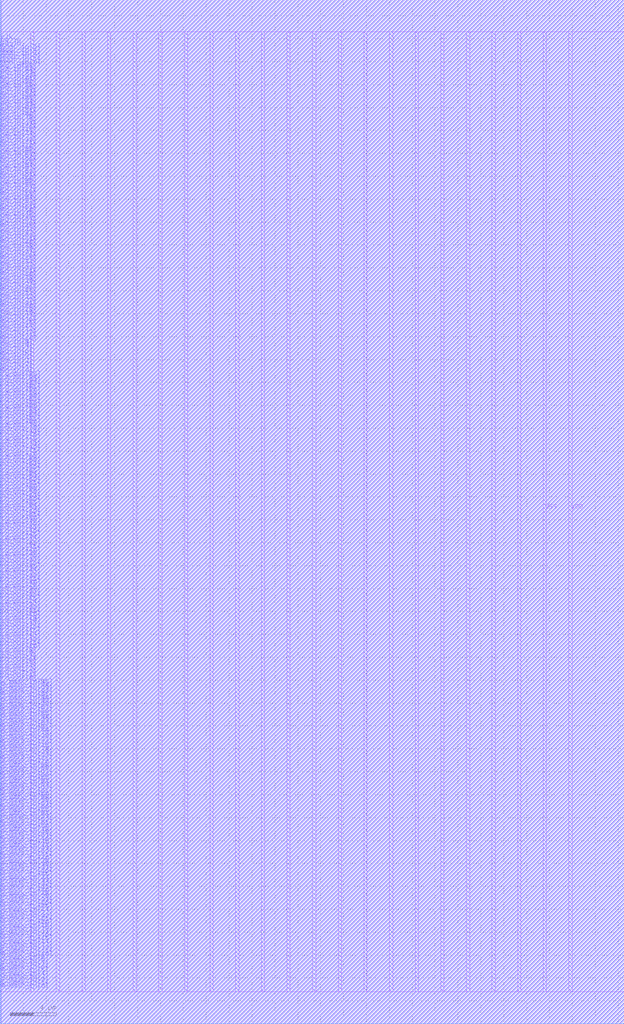
<source format=lef>
VERSION 5.7 ;
BUSBITCHARS "[]" ;
MACRO fakeram45_64x96_upper
  FOREIGN fakeram45_64x96_upper 0 0 ;
  SYMMETRY X Y R90 ;
  SIZE 54.530 BY 89.400 ;
  CLASS BLOCK ;
  PIN w_mask_in[0]
    DIRECTION INPUT ;
    USE SIGNAL ;
    SHAPE ABUTMENT ;
    PORT
      LAYER M18 ;
      RECT 0.000 2.800 0.070 2.870 ;
    END
  END w_mask_in[0]
  PIN w_mask_in[1]
    DIRECTION INPUT ;
    USE SIGNAL ;
    SHAPE ABUTMENT ;
    PORT
      LAYER M18 ;
      RECT 0.000 3.080 0.070 3.150 ;
    END
  END w_mask_in[1]
  PIN w_mask_in[2]
    DIRECTION INPUT ;
    USE SIGNAL ;
    SHAPE ABUTMENT ;
    PORT
      LAYER M18 ;
      RECT 0.000 3.360 0.070 3.430 ;
    END
  END w_mask_in[2]
  PIN w_mask_in[3]
    DIRECTION INPUT ;
    USE SIGNAL ;
    SHAPE ABUTMENT ;
    PORT
      LAYER M18 ;
      RECT 0.000 3.640 0.070 3.710 ;
    END
  END w_mask_in[3]
  PIN w_mask_in[4]
    DIRECTION INPUT ;
    USE SIGNAL ;
    SHAPE ABUTMENT ;
    PORT
      LAYER M18 ;
      RECT 0.000 3.920 0.070 3.990 ;
    END
  END w_mask_in[4]
  PIN w_mask_in[5]
    DIRECTION INPUT ;
    USE SIGNAL ;
    SHAPE ABUTMENT ;
    PORT
      LAYER M18 ;
      RECT 0.000 4.200 0.070 4.270 ;
    END
  END w_mask_in[5]
  PIN w_mask_in[6]
    DIRECTION INPUT ;
    USE SIGNAL ;
    SHAPE ABUTMENT ;
    PORT
      LAYER M18 ;
      RECT 0.000 4.480 0.070 4.550 ;
    END
  END w_mask_in[6]
  PIN w_mask_in[7]
    DIRECTION INPUT ;
    USE SIGNAL ;
    SHAPE ABUTMENT ;
    PORT
      LAYER M18 ;
      RECT 0.000 4.760 0.070 4.830 ;
    END
  END w_mask_in[7]
  PIN w_mask_in[8]
    DIRECTION INPUT ;
    USE SIGNAL ;
    SHAPE ABUTMENT ;
    PORT
      LAYER M18 ;
      RECT 0.000 5.040 0.070 5.110 ;
    END
  END w_mask_in[8]
  PIN w_mask_in[9]
    DIRECTION INPUT ;
    USE SIGNAL ;
    SHAPE ABUTMENT ;
    PORT
      LAYER M18 ;
      RECT 0.000 5.320 0.070 5.390 ;
    END
  END w_mask_in[9]
  PIN w_mask_in[10]
    DIRECTION INPUT ;
    USE SIGNAL ;
    SHAPE ABUTMENT ;
    PORT
      LAYER M18 ;
      RECT 0.000 5.600 0.070 5.670 ;
    END
  END w_mask_in[10]
  PIN w_mask_in[11]
    DIRECTION INPUT ;
    USE SIGNAL ;
    SHAPE ABUTMENT ;
    PORT
      LAYER M18 ;
      RECT 0.000 5.880 0.070 5.950 ;
    END
  END w_mask_in[11]
  PIN w_mask_in[12]
    DIRECTION INPUT ;
    USE SIGNAL ;
    SHAPE ABUTMENT ;
    PORT
      LAYER M18 ;
      RECT 0.000 6.160 0.070 6.230 ;
    END
  END w_mask_in[12]
  PIN w_mask_in[13]
    DIRECTION INPUT ;
    USE SIGNAL ;
    SHAPE ABUTMENT ;
    PORT
      LAYER M18 ;
      RECT 0.000 6.440 0.070 6.510 ;
    END
  END w_mask_in[13]
  PIN w_mask_in[14]
    DIRECTION INPUT ;
    USE SIGNAL ;
    SHAPE ABUTMENT ;
    PORT
      LAYER M18 ;
      RECT 0.000 6.720 0.070 6.790 ;
    END
  END w_mask_in[14]
  PIN w_mask_in[15]
    DIRECTION INPUT ;
    USE SIGNAL ;
    SHAPE ABUTMENT ;
    PORT
      LAYER M18 ;
      RECT 0.000 7.000 0.070 7.070 ;
    END
  END w_mask_in[15]
  PIN w_mask_in[16]
    DIRECTION INPUT ;
    USE SIGNAL ;
    SHAPE ABUTMENT ;
    PORT
      LAYER M18 ;
      RECT 0.000 7.280 0.070 7.350 ;
    END
  END w_mask_in[16]
  PIN w_mask_in[17]
    DIRECTION INPUT ;
    USE SIGNAL ;
    SHAPE ABUTMENT ;
    PORT
      LAYER M18 ;
      RECT 0.000 7.560 0.070 7.630 ;
    END
  END w_mask_in[17]
  PIN w_mask_in[18]
    DIRECTION INPUT ;
    USE SIGNAL ;
    SHAPE ABUTMENT ;
    PORT
      LAYER M18 ;
      RECT 0.000 7.840 0.070 7.910 ;
    END
  END w_mask_in[18]
  PIN w_mask_in[19]
    DIRECTION INPUT ;
    USE SIGNAL ;
    SHAPE ABUTMENT ;
    PORT
      LAYER M18 ;
      RECT 0.000 8.120 0.070 8.190 ;
    END
  END w_mask_in[19]
  PIN w_mask_in[20]
    DIRECTION INPUT ;
    USE SIGNAL ;
    SHAPE ABUTMENT ;
    PORT
      LAYER M18 ;
      RECT 0.000 8.400 0.070 8.470 ;
    END
  END w_mask_in[20]
  PIN w_mask_in[21]
    DIRECTION INPUT ;
    USE SIGNAL ;
    SHAPE ABUTMENT ;
    PORT
      LAYER M18 ;
      RECT 0.000 8.680 0.070 8.750 ;
    END
  END w_mask_in[21]
  PIN w_mask_in[22]
    DIRECTION INPUT ;
    USE SIGNAL ;
    SHAPE ABUTMENT ;
    PORT
      LAYER M18 ;
      RECT 0.000 8.960 0.070 9.030 ;
    END
  END w_mask_in[22]
  PIN w_mask_in[23]
    DIRECTION INPUT ;
    USE SIGNAL ;
    SHAPE ABUTMENT ;
    PORT
      LAYER M18 ;
      RECT 0.000 9.240 0.070 9.310 ;
    END
  END w_mask_in[23]
  PIN w_mask_in[24]
    DIRECTION INPUT ;
    USE SIGNAL ;
    SHAPE ABUTMENT ;
    PORT
      LAYER M18 ;
      RECT 0.000 9.520 0.070 9.590 ;
    END
  END w_mask_in[24]
  PIN w_mask_in[25]
    DIRECTION INPUT ;
    USE SIGNAL ;
    SHAPE ABUTMENT ;
    PORT
      LAYER M18 ;
      RECT 0.000 9.800 0.070 9.870 ;
    END
  END w_mask_in[25]
  PIN w_mask_in[26]
    DIRECTION INPUT ;
    USE SIGNAL ;
    SHAPE ABUTMENT ;
    PORT
      LAYER M18 ;
      RECT 0.000 10.080 0.070 10.150 ;
    END
  END w_mask_in[26]
  PIN w_mask_in[27]
    DIRECTION INPUT ;
    USE SIGNAL ;
    SHAPE ABUTMENT ;
    PORT
      LAYER M18 ;
      RECT 0.000 10.360 0.070 10.430 ;
    END
  END w_mask_in[27]
  PIN w_mask_in[28]
    DIRECTION INPUT ;
    USE SIGNAL ;
    SHAPE ABUTMENT ;
    PORT
      LAYER M18 ;
      RECT 0.000 10.640 0.070 10.710 ;
    END
  END w_mask_in[28]
  PIN w_mask_in[29]
    DIRECTION INPUT ;
    USE SIGNAL ;
    SHAPE ABUTMENT ;
    PORT
      LAYER M18 ;
      RECT 0.000 10.920 0.070 10.990 ;
    END
  END w_mask_in[29]
  PIN w_mask_in[30]
    DIRECTION INPUT ;
    USE SIGNAL ;
    SHAPE ABUTMENT ;
    PORT
      LAYER M18 ;
      RECT 0.000 11.200 0.070 11.270 ;
    END
  END w_mask_in[30]
  PIN w_mask_in[31]
    DIRECTION INPUT ;
    USE SIGNAL ;
    SHAPE ABUTMENT ;
    PORT
      LAYER M18 ;
      RECT 0.000 11.480 0.070 11.550 ;
    END
  END w_mask_in[31]
  PIN w_mask_in[32]
    DIRECTION INPUT ;
    USE SIGNAL ;
    SHAPE ABUTMENT ;
    PORT
      LAYER M18 ;
      RECT 0.000 11.760 0.070 11.830 ;
    END
  END w_mask_in[32]
  PIN w_mask_in[33]
    DIRECTION INPUT ;
    USE SIGNAL ;
    SHAPE ABUTMENT ;
    PORT
      LAYER M18 ;
      RECT 0.000 12.040 0.070 12.110 ;
    END
  END w_mask_in[33]
  PIN w_mask_in[34]
    DIRECTION INPUT ;
    USE SIGNAL ;
    SHAPE ABUTMENT ;
    PORT
      LAYER M18 ;
      RECT 0.000 12.320 0.070 12.390 ;
    END
  END w_mask_in[34]
  PIN w_mask_in[35]
    DIRECTION INPUT ;
    USE SIGNAL ;
    SHAPE ABUTMENT ;
    PORT
      LAYER M18 ;
      RECT 0.000 12.600 0.070 12.670 ;
    END
  END w_mask_in[35]
  PIN w_mask_in[36]
    DIRECTION INPUT ;
    USE SIGNAL ;
    SHAPE ABUTMENT ;
    PORT
      LAYER M18 ;
      RECT 0.000 12.880 0.070 12.950 ;
    END
  END w_mask_in[36]
  PIN w_mask_in[37]
    DIRECTION INPUT ;
    USE SIGNAL ;
    SHAPE ABUTMENT ;
    PORT
      LAYER M18 ;
      RECT 0.000 13.160 0.070 13.230 ;
    END
  END w_mask_in[37]
  PIN w_mask_in[38]
    DIRECTION INPUT ;
    USE SIGNAL ;
    SHAPE ABUTMENT ;
    PORT
      LAYER M18 ;
      RECT 0.000 13.440 0.070 13.510 ;
    END
  END w_mask_in[38]
  PIN w_mask_in[39]
    DIRECTION INPUT ;
    USE SIGNAL ;
    SHAPE ABUTMENT ;
    PORT
      LAYER M18 ;
      RECT 0.000 13.720 0.070 13.790 ;
    END
  END w_mask_in[39]
  PIN w_mask_in[40]
    DIRECTION INPUT ;
    USE SIGNAL ;
    SHAPE ABUTMENT ;
    PORT
      LAYER M18 ;
      RECT 0.000 14.000 0.070 14.070 ;
    END
  END w_mask_in[40]
  PIN w_mask_in[41]
    DIRECTION INPUT ;
    USE SIGNAL ;
    SHAPE ABUTMENT ;
    PORT
      LAYER M18 ;
      RECT 0.000 14.280 0.070 14.350 ;
    END
  END w_mask_in[41]
  PIN w_mask_in[42]
    DIRECTION INPUT ;
    USE SIGNAL ;
    SHAPE ABUTMENT ;
    PORT
      LAYER M18 ;
      RECT 0.000 14.560 0.070 14.630 ;
    END
  END w_mask_in[42]
  PIN w_mask_in[43]
    DIRECTION INPUT ;
    USE SIGNAL ;
    SHAPE ABUTMENT ;
    PORT
      LAYER M18 ;
      RECT 0.000 14.840 0.070 14.910 ;
    END
  END w_mask_in[43]
  PIN w_mask_in[44]
    DIRECTION INPUT ;
    USE SIGNAL ;
    SHAPE ABUTMENT ;
    PORT
      LAYER M18 ;
      RECT 0.000 15.120 0.070 15.190 ;
    END
  END w_mask_in[44]
  PIN w_mask_in[45]
    DIRECTION INPUT ;
    USE SIGNAL ;
    SHAPE ABUTMENT ;
    PORT
      LAYER M18 ;
      RECT 0.000 15.400 0.070 15.470 ;
    END
  END w_mask_in[45]
  PIN w_mask_in[46]
    DIRECTION INPUT ;
    USE SIGNAL ;
    SHAPE ABUTMENT ;
    PORT
      LAYER M18 ;
      RECT 0.000 15.680 0.070 15.750 ;
    END
  END w_mask_in[46]
  PIN w_mask_in[47]
    DIRECTION INPUT ;
    USE SIGNAL ;
    SHAPE ABUTMENT ;
    PORT
      LAYER M18 ;
      RECT 0.000 15.960 0.070 16.030 ;
    END
  END w_mask_in[47]
  PIN w_mask_in[48]
    DIRECTION INPUT ;
    USE SIGNAL ;
    SHAPE ABUTMENT ;
    PORT
      LAYER M18 ;
      RECT 0.000 16.240 0.070 16.310 ;
    END
  END w_mask_in[48]
  PIN w_mask_in[49]
    DIRECTION INPUT ;
    USE SIGNAL ;
    SHAPE ABUTMENT ;
    PORT
      LAYER M18 ;
      RECT 0.000 16.520 0.070 16.590 ;
    END
  END w_mask_in[49]
  PIN w_mask_in[50]
    DIRECTION INPUT ;
    USE SIGNAL ;
    SHAPE ABUTMENT ;
    PORT
      LAYER M18 ;
      RECT 0.000 16.800 0.070 16.870 ;
    END
  END w_mask_in[50]
  PIN w_mask_in[51]
    DIRECTION INPUT ;
    USE SIGNAL ;
    SHAPE ABUTMENT ;
    PORT
      LAYER M18 ;
      RECT 0.000 17.080 0.070 17.150 ;
    END
  END w_mask_in[51]
  PIN w_mask_in[52]
    DIRECTION INPUT ;
    USE SIGNAL ;
    SHAPE ABUTMENT ;
    PORT
      LAYER M18 ;
      RECT 0.000 17.360 0.070 17.430 ;
    END
  END w_mask_in[52]
  PIN w_mask_in[53]
    DIRECTION INPUT ;
    USE SIGNAL ;
    SHAPE ABUTMENT ;
    PORT
      LAYER M18 ;
      RECT 0.000 17.640 0.070 17.710 ;
    END
  END w_mask_in[53]
  PIN w_mask_in[54]
    DIRECTION INPUT ;
    USE SIGNAL ;
    SHAPE ABUTMENT ;
    PORT
      LAYER M18 ;
      RECT 0.000 17.920 0.070 17.990 ;
    END
  END w_mask_in[54]
  PIN w_mask_in[55]
    DIRECTION INPUT ;
    USE SIGNAL ;
    SHAPE ABUTMENT ;
    PORT
      LAYER M18 ;
      RECT 0.000 18.200 0.070 18.270 ;
    END
  END w_mask_in[55]
  PIN w_mask_in[56]
    DIRECTION INPUT ;
    USE SIGNAL ;
    SHAPE ABUTMENT ;
    PORT
      LAYER M18 ;
      RECT 0.000 18.480 0.070 18.550 ;
    END
  END w_mask_in[56]
  PIN w_mask_in[57]
    DIRECTION INPUT ;
    USE SIGNAL ;
    SHAPE ABUTMENT ;
    PORT
      LAYER M18 ;
      RECT 0.000 18.760 0.070 18.830 ;
    END
  END w_mask_in[57]
  PIN w_mask_in[58]
    DIRECTION INPUT ;
    USE SIGNAL ;
    SHAPE ABUTMENT ;
    PORT
      LAYER M18 ;
      RECT 0.000 19.040 0.070 19.110 ;
    END
  END w_mask_in[58]
  PIN w_mask_in[59]
    DIRECTION INPUT ;
    USE SIGNAL ;
    SHAPE ABUTMENT ;
    PORT
      LAYER M18 ;
      RECT 0.000 19.320 0.070 19.390 ;
    END
  END w_mask_in[59]
  PIN w_mask_in[60]
    DIRECTION INPUT ;
    USE SIGNAL ;
    SHAPE ABUTMENT ;
    PORT
      LAYER M18 ;
      RECT 0.000 19.600 0.070 19.670 ;
    END
  END w_mask_in[60]
  PIN w_mask_in[61]
    DIRECTION INPUT ;
    USE SIGNAL ;
    SHAPE ABUTMENT ;
    PORT
      LAYER M18 ;
      RECT 0.000 19.880 0.070 19.950 ;
    END
  END w_mask_in[61]
  PIN w_mask_in[62]
    DIRECTION INPUT ;
    USE SIGNAL ;
    SHAPE ABUTMENT ;
    PORT
      LAYER M18 ;
      RECT 0.000 20.160 0.070 20.230 ;
    END
  END w_mask_in[62]
  PIN w_mask_in[63]
    DIRECTION INPUT ;
    USE SIGNAL ;
    SHAPE ABUTMENT ;
    PORT
      LAYER M18 ;
      RECT 0.000 20.440 0.070 20.510 ;
    END
  END w_mask_in[63]
  PIN w_mask_in[64]
    DIRECTION INPUT ;
    USE SIGNAL ;
    SHAPE ABUTMENT ;
    PORT
      LAYER M18 ;
      RECT 0.000 20.720 0.070 20.790 ;
    END
  END w_mask_in[64]
  PIN w_mask_in[65]
    DIRECTION INPUT ;
    USE SIGNAL ;
    SHAPE ABUTMENT ;
    PORT
      LAYER M18 ;
      RECT 0.000 21.000 0.070 21.070 ;
    END
  END w_mask_in[65]
  PIN w_mask_in[66]
    DIRECTION INPUT ;
    USE SIGNAL ;
    SHAPE ABUTMENT ;
    PORT
      LAYER M18 ;
      RECT 0.000 21.280 0.070 21.350 ;
    END
  END w_mask_in[66]
  PIN w_mask_in[67]
    DIRECTION INPUT ;
    USE SIGNAL ;
    SHAPE ABUTMENT ;
    PORT
      LAYER M18 ;
      RECT 0.000 21.560 0.070 21.630 ;
    END
  END w_mask_in[67]
  PIN w_mask_in[68]
    DIRECTION INPUT ;
    USE SIGNAL ;
    SHAPE ABUTMENT ;
    PORT
      LAYER M18 ;
      RECT 0.000 21.840 0.070 21.910 ;
    END
  END w_mask_in[68]
  PIN w_mask_in[69]
    DIRECTION INPUT ;
    USE SIGNAL ;
    SHAPE ABUTMENT ;
    PORT
      LAYER M18 ;
      RECT 0.000 22.120 0.070 22.190 ;
    END
  END w_mask_in[69]
  PIN w_mask_in[70]
    DIRECTION INPUT ;
    USE SIGNAL ;
    SHAPE ABUTMENT ;
    PORT
      LAYER M18 ;
      RECT 0.000 22.400 0.070 22.470 ;
    END
  END w_mask_in[70]
  PIN w_mask_in[71]
    DIRECTION INPUT ;
    USE SIGNAL ;
    SHAPE ABUTMENT ;
    PORT
      LAYER M18 ;
      RECT 0.000 22.680 0.070 22.750 ;
    END
  END w_mask_in[71]
  PIN w_mask_in[72]
    DIRECTION INPUT ;
    USE SIGNAL ;
    SHAPE ABUTMENT ;
    PORT
      LAYER M18 ;
      RECT 0.000 22.960 0.070 23.030 ;
    END
  END w_mask_in[72]
  PIN w_mask_in[73]
    DIRECTION INPUT ;
    USE SIGNAL ;
    SHAPE ABUTMENT ;
    PORT
      LAYER M18 ;
      RECT 0.000 23.240 0.070 23.310 ;
    END
  END w_mask_in[73]
  PIN w_mask_in[74]
    DIRECTION INPUT ;
    USE SIGNAL ;
    SHAPE ABUTMENT ;
    PORT
      LAYER M18 ;
      RECT 0.000 23.520 0.070 23.590 ;
    END
  END w_mask_in[74]
  PIN w_mask_in[75]
    DIRECTION INPUT ;
    USE SIGNAL ;
    SHAPE ABUTMENT ;
    PORT
      LAYER M18 ;
      RECT 0.000 23.800 0.070 23.870 ;
    END
  END w_mask_in[75]
  PIN w_mask_in[76]
    DIRECTION INPUT ;
    USE SIGNAL ;
    SHAPE ABUTMENT ;
    PORT
      LAYER M18 ;
      RECT 0.000 24.080 0.070 24.150 ;
    END
  END w_mask_in[76]
  PIN w_mask_in[77]
    DIRECTION INPUT ;
    USE SIGNAL ;
    SHAPE ABUTMENT ;
    PORT
      LAYER M18 ;
      RECT 0.000 24.360 0.070 24.430 ;
    END
  END w_mask_in[77]
  PIN w_mask_in[78]
    DIRECTION INPUT ;
    USE SIGNAL ;
    SHAPE ABUTMENT ;
    PORT
      LAYER M18 ;
      RECT 0.000 24.640 0.070 24.710 ;
    END
  END w_mask_in[78]
  PIN w_mask_in[79]
    DIRECTION INPUT ;
    USE SIGNAL ;
    SHAPE ABUTMENT ;
    PORT
      LAYER M18 ;
      RECT 0.000 24.920 0.070 24.990 ;
    END
  END w_mask_in[79]
  PIN w_mask_in[80]
    DIRECTION INPUT ;
    USE SIGNAL ;
    SHAPE ABUTMENT ;
    PORT
      LAYER M18 ;
      RECT 0.000 25.200 0.070 25.270 ;
    END
  END w_mask_in[80]
  PIN w_mask_in[81]
    DIRECTION INPUT ;
    USE SIGNAL ;
    SHAPE ABUTMENT ;
    PORT
      LAYER M18 ;
      RECT 0.000 25.480 0.070 25.550 ;
    END
  END w_mask_in[81]
  PIN w_mask_in[82]
    DIRECTION INPUT ;
    USE SIGNAL ;
    SHAPE ABUTMENT ;
    PORT
      LAYER M18 ;
      RECT 0.000 25.760 0.070 25.830 ;
    END
  END w_mask_in[82]
  PIN w_mask_in[83]
    DIRECTION INPUT ;
    USE SIGNAL ;
    SHAPE ABUTMENT ;
    PORT
      LAYER M18 ;
      RECT 0.000 26.040 0.070 26.110 ;
    END
  END w_mask_in[83]
  PIN w_mask_in[84]
    DIRECTION INPUT ;
    USE SIGNAL ;
    SHAPE ABUTMENT ;
    PORT
      LAYER M18 ;
      RECT 0.000 26.320 0.070 26.390 ;
    END
  END w_mask_in[84]
  PIN w_mask_in[85]
    DIRECTION INPUT ;
    USE SIGNAL ;
    SHAPE ABUTMENT ;
    PORT
      LAYER M18 ;
      RECT 0.000 26.600 0.070 26.670 ;
    END
  END w_mask_in[85]
  PIN w_mask_in[86]
    DIRECTION INPUT ;
    USE SIGNAL ;
    SHAPE ABUTMENT ;
    PORT
      LAYER M18 ;
      RECT 0.000 26.880 0.070 26.950 ;
    END
  END w_mask_in[86]
  PIN w_mask_in[87]
    DIRECTION INPUT ;
    USE SIGNAL ;
    SHAPE ABUTMENT ;
    PORT
      LAYER M18 ;
      RECT 0.000 27.160 0.070 27.230 ;
    END
  END w_mask_in[87]
  PIN w_mask_in[88]
    DIRECTION INPUT ;
    USE SIGNAL ;
    SHAPE ABUTMENT ;
    PORT
      LAYER M18 ;
      RECT 0.000 27.440 0.070 27.510 ;
    END
  END w_mask_in[88]
  PIN w_mask_in[89]
    DIRECTION INPUT ;
    USE SIGNAL ;
    SHAPE ABUTMENT ;
    PORT
      LAYER M18 ;
      RECT 0.000 27.720 0.070 27.790 ;
    END
  END w_mask_in[89]
  PIN w_mask_in[90]
    DIRECTION INPUT ;
    USE SIGNAL ;
    SHAPE ABUTMENT ;
    PORT
      LAYER M18 ;
      RECT 0.000 28.000 0.070 28.070 ;
    END
  END w_mask_in[90]
  PIN w_mask_in[91]
    DIRECTION INPUT ;
    USE SIGNAL ;
    SHAPE ABUTMENT ;
    PORT
      LAYER M18 ;
      RECT 0.000 28.280 0.070 28.350 ;
    END
  END w_mask_in[91]
  PIN w_mask_in[92]
    DIRECTION INPUT ;
    USE SIGNAL ;
    SHAPE ABUTMENT ;
    PORT
      LAYER M18 ;
      RECT 0.000 28.560 0.070 28.630 ;
    END
  END w_mask_in[92]
  PIN w_mask_in[93]
    DIRECTION INPUT ;
    USE SIGNAL ;
    SHAPE ABUTMENT ;
    PORT
      LAYER M18 ;
      RECT 0.000 28.840 0.070 28.910 ;
    END
  END w_mask_in[93]
  PIN w_mask_in[94]
    DIRECTION INPUT ;
    USE SIGNAL ;
    SHAPE ABUTMENT ;
    PORT
      LAYER M18 ;
      RECT 0.000 29.120 0.070 29.190 ;
    END
  END w_mask_in[94]
  PIN w_mask_in[95]
    DIRECTION INPUT ;
    USE SIGNAL ;
    SHAPE ABUTMENT ;
    PORT
      LAYER M18 ;
      RECT 0.000 29.400 0.070 29.470 ;
    END
  END w_mask_in[95]
  PIN rd_out[0]
    DIRECTION OUTPUT ;
    USE SIGNAL ;
    SHAPE ABUTMENT ;
    PORT
      LAYER M18 ;
      RECT 0.000 29.680 0.070 29.750 ;
    END
  END rd_out[0]
  PIN rd_out[1]
    DIRECTION OUTPUT ;
    USE SIGNAL ;
    SHAPE ABUTMENT ;
    PORT
      LAYER M18 ;
      RECT 0.000 29.960 0.070 30.030 ;
    END
  END rd_out[1]
  PIN rd_out[2]
    DIRECTION OUTPUT ;
    USE SIGNAL ;
    SHAPE ABUTMENT ;
    PORT
      LAYER M18 ;
      RECT 0.000 30.240 0.070 30.310 ;
    END
  END rd_out[2]
  PIN rd_out[3]
    DIRECTION OUTPUT ;
    USE SIGNAL ;
    SHAPE ABUTMENT ;
    PORT
      LAYER M18 ;
      RECT 0.000 30.520 0.070 30.590 ;
    END
  END rd_out[3]
  PIN rd_out[4]
    DIRECTION OUTPUT ;
    USE SIGNAL ;
    SHAPE ABUTMENT ;
    PORT
      LAYER M18 ;
      RECT 0.000 30.800 0.070 30.870 ;
    END
  END rd_out[4]
  PIN rd_out[5]
    DIRECTION OUTPUT ;
    USE SIGNAL ;
    SHAPE ABUTMENT ;
    PORT
      LAYER M18 ;
      RECT 0.000 31.080 0.070 31.150 ;
    END
  END rd_out[5]
  PIN rd_out[6]
    DIRECTION OUTPUT ;
    USE SIGNAL ;
    SHAPE ABUTMENT ;
    PORT
      LAYER M18 ;
      RECT 0.000 31.360 0.070 31.430 ;
    END
  END rd_out[6]
  PIN rd_out[7]
    DIRECTION OUTPUT ;
    USE SIGNAL ;
    SHAPE ABUTMENT ;
    PORT
      LAYER M18 ;
      RECT 0.000 31.640 0.070 31.710 ;
    END
  END rd_out[7]
  PIN rd_out[8]
    DIRECTION OUTPUT ;
    USE SIGNAL ;
    SHAPE ABUTMENT ;
    PORT
      LAYER M18 ;
      RECT 0.000 31.920 0.070 31.990 ;
    END
  END rd_out[8]
  PIN rd_out[9]
    DIRECTION OUTPUT ;
    USE SIGNAL ;
    SHAPE ABUTMENT ;
    PORT
      LAYER M18 ;
      RECT 0.000 32.200 0.070 32.270 ;
    END
  END rd_out[9]
  PIN rd_out[10]
    DIRECTION OUTPUT ;
    USE SIGNAL ;
    SHAPE ABUTMENT ;
    PORT
      LAYER M18 ;
      RECT 0.000 32.480 0.070 32.550 ;
    END
  END rd_out[10]
  PIN rd_out[11]
    DIRECTION OUTPUT ;
    USE SIGNAL ;
    SHAPE ABUTMENT ;
    PORT
      LAYER M18 ;
      RECT 0.000 32.760 0.070 32.830 ;
    END
  END rd_out[11]
  PIN rd_out[12]
    DIRECTION OUTPUT ;
    USE SIGNAL ;
    SHAPE ABUTMENT ;
    PORT
      LAYER M18 ;
      RECT 0.000 33.040 0.070 33.110 ;
    END
  END rd_out[12]
  PIN rd_out[13]
    DIRECTION OUTPUT ;
    USE SIGNAL ;
    SHAPE ABUTMENT ;
    PORT
      LAYER M18 ;
      RECT 0.000 33.320 0.070 33.390 ;
    END
  END rd_out[13]
  PIN rd_out[14]
    DIRECTION OUTPUT ;
    USE SIGNAL ;
    SHAPE ABUTMENT ;
    PORT
      LAYER M18 ;
      RECT 0.000 33.600 0.070 33.670 ;
    END
  END rd_out[14]
  PIN rd_out[15]
    DIRECTION OUTPUT ;
    USE SIGNAL ;
    SHAPE ABUTMENT ;
    PORT
      LAYER M18 ;
      RECT 0.000 33.880 0.070 33.950 ;
    END
  END rd_out[15]
  PIN rd_out[16]
    DIRECTION OUTPUT ;
    USE SIGNAL ;
    SHAPE ABUTMENT ;
    PORT
      LAYER M18 ;
      RECT 0.000 34.160 0.070 34.230 ;
    END
  END rd_out[16]
  PIN rd_out[17]
    DIRECTION OUTPUT ;
    USE SIGNAL ;
    SHAPE ABUTMENT ;
    PORT
      LAYER M18 ;
      RECT 0.000 34.440 0.070 34.510 ;
    END
  END rd_out[17]
  PIN rd_out[18]
    DIRECTION OUTPUT ;
    USE SIGNAL ;
    SHAPE ABUTMENT ;
    PORT
      LAYER M18 ;
      RECT 0.000 34.720 0.070 34.790 ;
    END
  END rd_out[18]
  PIN rd_out[19]
    DIRECTION OUTPUT ;
    USE SIGNAL ;
    SHAPE ABUTMENT ;
    PORT
      LAYER M18 ;
      RECT 0.000 35.000 0.070 35.070 ;
    END
  END rd_out[19]
  PIN rd_out[20]
    DIRECTION OUTPUT ;
    USE SIGNAL ;
    SHAPE ABUTMENT ;
    PORT
      LAYER M18 ;
      RECT 0.000 35.280 0.070 35.350 ;
    END
  END rd_out[20]
  PIN rd_out[21]
    DIRECTION OUTPUT ;
    USE SIGNAL ;
    SHAPE ABUTMENT ;
    PORT
      LAYER M18 ;
      RECT 0.000 35.560 0.070 35.630 ;
    END
  END rd_out[21]
  PIN rd_out[22]
    DIRECTION OUTPUT ;
    USE SIGNAL ;
    SHAPE ABUTMENT ;
    PORT
      LAYER M18 ;
      RECT 0.000 35.840 0.070 35.910 ;
    END
  END rd_out[22]
  PIN rd_out[23]
    DIRECTION OUTPUT ;
    USE SIGNAL ;
    SHAPE ABUTMENT ;
    PORT
      LAYER M18 ;
      RECT 0.000 36.120 0.070 36.190 ;
    END
  END rd_out[23]
  PIN rd_out[24]
    DIRECTION OUTPUT ;
    USE SIGNAL ;
    SHAPE ABUTMENT ;
    PORT
      LAYER M18 ;
      RECT 0.000 36.400 0.070 36.470 ;
    END
  END rd_out[24]
  PIN rd_out[25]
    DIRECTION OUTPUT ;
    USE SIGNAL ;
    SHAPE ABUTMENT ;
    PORT
      LAYER M18 ;
      RECT 0.000 36.680 0.070 36.750 ;
    END
  END rd_out[25]
  PIN rd_out[26]
    DIRECTION OUTPUT ;
    USE SIGNAL ;
    SHAPE ABUTMENT ;
    PORT
      LAYER M18 ;
      RECT 0.000 36.960 0.070 37.030 ;
    END
  END rd_out[26]
  PIN rd_out[27]
    DIRECTION OUTPUT ;
    USE SIGNAL ;
    SHAPE ABUTMENT ;
    PORT
      LAYER M18 ;
      RECT 0.000 37.240 0.070 37.310 ;
    END
  END rd_out[27]
  PIN rd_out[28]
    DIRECTION OUTPUT ;
    USE SIGNAL ;
    SHAPE ABUTMENT ;
    PORT
      LAYER M18 ;
      RECT 0.000 37.520 0.070 37.590 ;
    END
  END rd_out[28]
  PIN rd_out[29]
    DIRECTION OUTPUT ;
    USE SIGNAL ;
    SHAPE ABUTMENT ;
    PORT
      LAYER M18 ;
      RECT 0.000 37.800 0.070 37.870 ;
    END
  END rd_out[29]
  PIN rd_out[30]
    DIRECTION OUTPUT ;
    USE SIGNAL ;
    SHAPE ABUTMENT ;
    PORT
      LAYER M18 ;
      RECT 0.000 38.080 0.070 38.150 ;
    END
  END rd_out[30]
  PIN rd_out[31]
    DIRECTION OUTPUT ;
    USE SIGNAL ;
    SHAPE ABUTMENT ;
    PORT
      LAYER M18 ;
      RECT 0.000 38.360 0.070 38.430 ;
    END
  END rd_out[31]
  PIN rd_out[32]
    DIRECTION OUTPUT ;
    USE SIGNAL ;
    SHAPE ABUTMENT ;
    PORT
      LAYER M18 ;
      RECT 0.000 38.640 0.070 38.710 ;
    END
  END rd_out[32]
  PIN rd_out[33]
    DIRECTION OUTPUT ;
    USE SIGNAL ;
    SHAPE ABUTMENT ;
    PORT
      LAYER M18 ;
      RECT 0.000 38.920 0.070 38.990 ;
    END
  END rd_out[33]
  PIN rd_out[34]
    DIRECTION OUTPUT ;
    USE SIGNAL ;
    SHAPE ABUTMENT ;
    PORT
      LAYER M18 ;
      RECT 0.000 39.200 0.070 39.270 ;
    END
  END rd_out[34]
  PIN rd_out[35]
    DIRECTION OUTPUT ;
    USE SIGNAL ;
    SHAPE ABUTMENT ;
    PORT
      LAYER M18 ;
      RECT 0.000 39.480 0.070 39.550 ;
    END
  END rd_out[35]
  PIN rd_out[36]
    DIRECTION OUTPUT ;
    USE SIGNAL ;
    SHAPE ABUTMENT ;
    PORT
      LAYER M18 ;
      RECT 0.000 39.760 0.070 39.830 ;
    END
  END rd_out[36]
  PIN rd_out[37]
    DIRECTION OUTPUT ;
    USE SIGNAL ;
    SHAPE ABUTMENT ;
    PORT
      LAYER M18 ;
      RECT 0.000 40.040 0.070 40.110 ;
    END
  END rd_out[37]
  PIN rd_out[38]
    DIRECTION OUTPUT ;
    USE SIGNAL ;
    SHAPE ABUTMENT ;
    PORT
      LAYER M18 ;
      RECT 0.000 40.320 0.070 40.390 ;
    END
  END rd_out[38]
  PIN rd_out[39]
    DIRECTION OUTPUT ;
    USE SIGNAL ;
    SHAPE ABUTMENT ;
    PORT
      LAYER M18 ;
      RECT 0.000 40.600 0.070 40.670 ;
    END
  END rd_out[39]
  PIN rd_out[40]
    DIRECTION OUTPUT ;
    USE SIGNAL ;
    SHAPE ABUTMENT ;
    PORT
      LAYER M18 ;
      RECT 0.000 40.880 0.070 40.950 ;
    END
  END rd_out[40]
  PIN rd_out[41]
    DIRECTION OUTPUT ;
    USE SIGNAL ;
    SHAPE ABUTMENT ;
    PORT
      LAYER M18 ;
      RECT 0.000 41.160 0.070 41.230 ;
    END
  END rd_out[41]
  PIN rd_out[42]
    DIRECTION OUTPUT ;
    USE SIGNAL ;
    SHAPE ABUTMENT ;
    PORT
      LAYER M18 ;
      RECT 0.000 41.440 0.070 41.510 ;
    END
  END rd_out[42]
  PIN rd_out[43]
    DIRECTION OUTPUT ;
    USE SIGNAL ;
    SHAPE ABUTMENT ;
    PORT
      LAYER M18 ;
      RECT 0.000 41.720 0.070 41.790 ;
    END
  END rd_out[43]
  PIN rd_out[44]
    DIRECTION OUTPUT ;
    USE SIGNAL ;
    SHAPE ABUTMENT ;
    PORT
      LAYER M18 ;
      RECT 0.000 42.000 0.070 42.070 ;
    END
  END rd_out[44]
  PIN rd_out[45]
    DIRECTION OUTPUT ;
    USE SIGNAL ;
    SHAPE ABUTMENT ;
    PORT
      LAYER M18 ;
      RECT 0.000 42.280 0.070 42.350 ;
    END
  END rd_out[45]
  PIN rd_out[46]
    DIRECTION OUTPUT ;
    USE SIGNAL ;
    SHAPE ABUTMENT ;
    PORT
      LAYER M18 ;
      RECT 0.000 42.560 0.070 42.630 ;
    END
  END rd_out[46]
  PIN rd_out[47]
    DIRECTION OUTPUT ;
    USE SIGNAL ;
    SHAPE ABUTMENT ;
    PORT
      LAYER M18 ;
      RECT 0.000 42.840 0.070 42.910 ;
    END
  END rd_out[47]
  PIN rd_out[48]
    DIRECTION OUTPUT ;
    USE SIGNAL ;
    SHAPE ABUTMENT ;
    PORT
      LAYER M18 ;
      RECT 0.000 43.120 0.070 43.190 ;
    END
  END rd_out[48]
  PIN rd_out[49]
    DIRECTION OUTPUT ;
    USE SIGNAL ;
    SHAPE ABUTMENT ;
    PORT
      LAYER M18 ;
      RECT 0.000 43.400 0.070 43.470 ;
    END
  END rd_out[49]
  PIN rd_out[50]
    DIRECTION OUTPUT ;
    USE SIGNAL ;
    SHAPE ABUTMENT ;
    PORT
      LAYER M18 ;
      RECT 0.000 43.680 0.070 43.750 ;
    END
  END rd_out[50]
  PIN rd_out[51]
    DIRECTION OUTPUT ;
    USE SIGNAL ;
    SHAPE ABUTMENT ;
    PORT
      LAYER M18 ;
      RECT 0.000 43.960 0.070 44.030 ;
    END
  END rd_out[51]
  PIN rd_out[52]
    DIRECTION OUTPUT ;
    USE SIGNAL ;
    SHAPE ABUTMENT ;
    PORT
      LAYER M18 ;
      RECT 0.000 44.240 0.070 44.310 ;
    END
  END rd_out[52]
  PIN rd_out[53]
    DIRECTION OUTPUT ;
    USE SIGNAL ;
    SHAPE ABUTMENT ;
    PORT
      LAYER M18 ;
      RECT 0.000 44.520 0.070 44.590 ;
    END
  END rd_out[53]
  PIN rd_out[54]
    DIRECTION OUTPUT ;
    USE SIGNAL ;
    SHAPE ABUTMENT ;
    PORT
      LAYER M18 ;
      RECT 0.000 44.800 0.070 44.870 ;
    END
  END rd_out[54]
  PIN rd_out[55]
    DIRECTION OUTPUT ;
    USE SIGNAL ;
    SHAPE ABUTMENT ;
    PORT
      LAYER M18 ;
      RECT 0.000 45.080 0.070 45.150 ;
    END
  END rd_out[55]
  PIN rd_out[56]
    DIRECTION OUTPUT ;
    USE SIGNAL ;
    SHAPE ABUTMENT ;
    PORT
      LAYER M18 ;
      RECT 0.000 45.360 0.070 45.430 ;
    END
  END rd_out[56]
  PIN rd_out[57]
    DIRECTION OUTPUT ;
    USE SIGNAL ;
    SHAPE ABUTMENT ;
    PORT
      LAYER M18 ;
      RECT 0.000 45.640 0.070 45.710 ;
    END
  END rd_out[57]
  PIN rd_out[58]
    DIRECTION OUTPUT ;
    USE SIGNAL ;
    SHAPE ABUTMENT ;
    PORT
      LAYER M18 ;
      RECT 0.000 45.920 0.070 45.990 ;
    END
  END rd_out[58]
  PIN rd_out[59]
    DIRECTION OUTPUT ;
    USE SIGNAL ;
    SHAPE ABUTMENT ;
    PORT
      LAYER M18 ;
      RECT 0.000 46.200 0.070 46.270 ;
    END
  END rd_out[59]
  PIN rd_out[60]
    DIRECTION OUTPUT ;
    USE SIGNAL ;
    SHAPE ABUTMENT ;
    PORT
      LAYER M18 ;
      RECT 0.000 46.480 0.070 46.550 ;
    END
  END rd_out[60]
  PIN rd_out[61]
    DIRECTION OUTPUT ;
    USE SIGNAL ;
    SHAPE ABUTMENT ;
    PORT
      LAYER M18 ;
      RECT 0.000 46.760 0.070 46.830 ;
    END
  END rd_out[61]
  PIN rd_out[62]
    DIRECTION OUTPUT ;
    USE SIGNAL ;
    SHAPE ABUTMENT ;
    PORT
      LAYER M18 ;
      RECT 0.000 47.040 0.070 47.110 ;
    END
  END rd_out[62]
  PIN rd_out[63]
    DIRECTION OUTPUT ;
    USE SIGNAL ;
    SHAPE ABUTMENT ;
    PORT
      LAYER M18 ;
      RECT 0.000 47.320 0.070 47.390 ;
    END
  END rd_out[63]
  PIN rd_out[64]
    DIRECTION OUTPUT ;
    USE SIGNAL ;
    SHAPE ABUTMENT ;
    PORT
      LAYER M18 ;
      RECT 0.000 47.600 0.070 47.670 ;
    END
  END rd_out[64]
  PIN rd_out[65]
    DIRECTION OUTPUT ;
    USE SIGNAL ;
    SHAPE ABUTMENT ;
    PORT
      LAYER M18 ;
      RECT 0.000 47.880 0.070 47.950 ;
    END
  END rd_out[65]
  PIN rd_out[66]
    DIRECTION OUTPUT ;
    USE SIGNAL ;
    SHAPE ABUTMENT ;
    PORT
      LAYER M18 ;
      RECT 0.000 48.160 0.070 48.230 ;
    END
  END rd_out[66]
  PIN rd_out[67]
    DIRECTION OUTPUT ;
    USE SIGNAL ;
    SHAPE ABUTMENT ;
    PORT
      LAYER M18 ;
      RECT 0.000 48.440 0.070 48.510 ;
    END
  END rd_out[67]
  PIN rd_out[68]
    DIRECTION OUTPUT ;
    USE SIGNAL ;
    SHAPE ABUTMENT ;
    PORT
      LAYER M18 ;
      RECT 0.000 48.720 0.070 48.790 ;
    END
  END rd_out[68]
  PIN rd_out[69]
    DIRECTION OUTPUT ;
    USE SIGNAL ;
    SHAPE ABUTMENT ;
    PORT
      LAYER M18 ;
      RECT 0.000 49.000 0.070 49.070 ;
    END
  END rd_out[69]
  PIN rd_out[70]
    DIRECTION OUTPUT ;
    USE SIGNAL ;
    SHAPE ABUTMENT ;
    PORT
      LAYER M18 ;
      RECT 0.000 49.280 0.070 49.350 ;
    END
  END rd_out[70]
  PIN rd_out[71]
    DIRECTION OUTPUT ;
    USE SIGNAL ;
    SHAPE ABUTMENT ;
    PORT
      LAYER M18 ;
      RECT 0.000 49.560 0.070 49.630 ;
    END
  END rd_out[71]
  PIN rd_out[72]
    DIRECTION OUTPUT ;
    USE SIGNAL ;
    SHAPE ABUTMENT ;
    PORT
      LAYER M18 ;
      RECT 0.000 49.840 0.070 49.910 ;
    END
  END rd_out[72]
  PIN rd_out[73]
    DIRECTION OUTPUT ;
    USE SIGNAL ;
    SHAPE ABUTMENT ;
    PORT
      LAYER M18 ;
      RECT 0.000 50.120 0.070 50.190 ;
    END
  END rd_out[73]
  PIN rd_out[74]
    DIRECTION OUTPUT ;
    USE SIGNAL ;
    SHAPE ABUTMENT ;
    PORT
      LAYER M18 ;
      RECT 0.000 50.400 0.070 50.470 ;
    END
  END rd_out[74]
  PIN rd_out[75]
    DIRECTION OUTPUT ;
    USE SIGNAL ;
    SHAPE ABUTMENT ;
    PORT
      LAYER M18 ;
      RECT 0.000 50.680 0.070 50.750 ;
    END
  END rd_out[75]
  PIN rd_out[76]
    DIRECTION OUTPUT ;
    USE SIGNAL ;
    SHAPE ABUTMENT ;
    PORT
      LAYER M18 ;
      RECT 0.000 50.960 0.070 51.030 ;
    END
  END rd_out[76]
  PIN rd_out[77]
    DIRECTION OUTPUT ;
    USE SIGNAL ;
    SHAPE ABUTMENT ;
    PORT
      LAYER M18 ;
      RECT 0.000 51.240 0.070 51.310 ;
    END
  END rd_out[77]
  PIN rd_out[78]
    DIRECTION OUTPUT ;
    USE SIGNAL ;
    SHAPE ABUTMENT ;
    PORT
      LAYER M18 ;
      RECT 0.000 51.520 0.070 51.590 ;
    END
  END rd_out[78]
  PIN rd_out[79]
    DIRECTION OUTPUT ;
    USE SIGNAL ;
    SHAPE ABUTMENT ;
    PORT
      LAYER M18 ;
      RECT 0.000 51.800 0.070 51.870 ;
    END
  END rd_out[79]
  PIN rd_out[80]
    DIRECTION OUTPUT ;
    USE SIGNAL ;
    SHAPE ABUTMENT ;
    PORT
      LAYER M18 ;
      RECT 0.000 52.080 0.070 52.150 ;
    END
  END rd_out[80]
  PIN rd_out[81]
    DIRECTION OUTPUT ;
    USE SIGNAL ;
    SHAPE ABUTMENT ;
    PORT
      LAYER M18 ;
      RECT 0.000 52.360 0.070 52.430 ;
    END
  END rd_out[81]
  PIN rd_out[82]
    DIRECTION OUTPUT ;
    USE SIGNAL ;
    SHAPE ABUTMENT ;
    PORT
      LAYER M18 ;
      RECT 0.000 52.640 0.070 52.710 ;
    END
  END rd_out[82]
  PIN rd_out[83]
    DIRECTION OUTPUT ;
    USE SIGNAL ;
    SHAPE ABUTMENT ;
    PORT
      LAYER M18 ;
      RECT 0.000 52.920 0.070 52.990 ;
    END
  END rd_out[83]
  PIN rd_out[84]
    DIRECTION OUTPUT ;
    USE SIGNAL ;
    SHAPE ABUTMENT ;
    PORT
      LAYER M18 ;
      RECT 0.000 53.200 0.070 53.270 ;
    END
  END rd_out[84]
  PIN rd_out[85]
    DIRECTION OUTPUT ;
    USE SIGNAL ;
    SHAPE ABUTMENT ;
    PORT
      LAYER M18 ;
      RECT 0.000 53.480 0.070 53.550 ;
    END
  END rd_out[85]
  PIN rd_out[86]
    DIRECTION OUTPUT ;
    USE SIGNAL ;
    SHAPE ABUTMENT ;
    PORT
      LAYER M18 ;
      RECT 0.000 53.760 0.070 53.830 ;
    END
  END rd_out[86]
  PIN rd_out[87]
    DIRECTION OUTPUT ;
    USE SIGNAL ;
    SHAPE ABUTMENT ;
    PORT
      LAYER M18 ;
      RECT 0.000 54.040 0.070 54.110 ;
    END
  END rd_out[87]
  PIN rd_out[88]
    DIRECTION OUTPUT ;
    USE SIGNAL ;
    SHAPE ABUTMENT ;
    PORT
      LAYER M18 ;
      RECT 0.000 54.320 0.070 54.390 ;
    END
  END rd_out[88]
  PIN rd_out[89]
    DIRECTION OUTPUT ;
    USE SIGNAL ;
    SHAPE ABUTMENT ;
    PORT
      LAYER M18 ;
      RECT 0.000 54.600 0.070 54.670 ;
    END
  END rd_out[89]
  PIN rd_out[90]
    DIRECTION OUTPUT ;
    USE SIGNAL ;
    SHAPE ABUTMENT ;
    PORT
      LAYER M18 ;
      RECT 0.000 54.880 0.070 54.950 ;
    END
  END rd_out[90]
  PIN rd_out[91]
    DIRECTION OUTPUT ;
    USE SIGNAL ;
    SHAPE ABUTMENT ;
    PORT
      LAYER M18 ;
      RECT 0.000 55.160 0.070 55.230 ;
    END
  END rd_out[91]
  PIN rd_out[92]
    DIRECTION OUTPUT ;
    USE SIGNAL ;
    SHAPE ABUTMENT ;
    PORT
      LAYER M18 ;
      RECT 0.000 55.440 0.070 55.510 ;
    END
  END rd_out[92]
  PIN rd_out[93]
    DIRECTION OUTPUT ;
    USE SIGNAL ;
    SHAPE ABUTMENT ;
    PORT
      LAYER M18 ;
      RECT 0.000 55.720 0.070 55.790 ;
    END
  END rd_out[93]
  PIN rd_out[94]
    DIRECTION OUTPUT ;
    USE SIGNAL ;
    SHAPE ABUTMENT ;
    PORT
      LAYER M18 ;
      RECT 0.000 56.000 0.070 56.070 ;
    END
  END rd_out[94]
  PIN rd_out[95]
    DIRECTION OUTPUT ;
    USE SIGNAL ;
    SHAPE ABUTMENT ;
    PORT
      LAYER M18 ;
      RECT 0.000 56.280 0.070 56.350 ;
    END
  END rd_out[95]
  PIN wd_in[0]
    DIRECTION INPUT ;
    USE SIGNAL ;
    SHAPE ABUTMENT ;
    PORT
      LAYER M18 ;
      RECT 0.000 56.560 0.070 56.630 ;
    END
  END wd_in[0]
  PIN wd_in[1]
    DIRECTION INPUT ;
    USE SIGNAL ;
    SHAPE ABUTMENT ;
    PORT
      LAYER M18 ;
      RECT 0.000 56.840 0.070 56.910 ;
    END
  END wd_in[1]
  PIN wd_in[2]
    DIRECTION INPUT ;
    USE SIGNAL ;
    SHAPE ABUTMENT ;
    PORT
      LAYER M18 ;
      RECT 0.000 57.120 0.070 57.190 ;
    END
  END wd_in[2]
  PIN wd_in[3]
    DIRECTION INPUT ;
    USE SIGNAL ;
    SHAPE ABUTMENT ;
    PORT
      LAYER M18 ;
      RECT 0.000 57.400 0.070 57.470 ;
    END
  END wd_in[3]
  PIN wd_in[4]
    DIRECTION INPUT ;
    USE SIGNAL ;
    SHAPE ABUTMENT ;
    PORT
      LAYER M18 ;
      RECT 0.000 57.680 0.070 57.750 ;
    END
  END wd_in[4]
  PIN wd_in[5]
    DIRECTION INPUT ;
    USE SIGNAL ;
    SHAPE ABUTMENT ;
    PORT
      LAYER M18 ;
      RECT 0.000 57.960 0.070 58.030 ;
    END
  END wd_in[5]
  PIN wd_in[6]
    DIRECTION INPUT ;
    USE SIGNAL ;
    SHAPE ABUTMENT ;
    PORT
      LAYER M18 ;
      RECT 0.000 58.240 0.070 58.310 ;
    END
  END wd_in[6]
  PIN wd_in[7]
    DIRECTION INPUT ;
    USE SIGNAL ;
    SHAPE ABUTMENT ;
    PORT
      LAYER M18 ;
      RECT 0.000 58.520 0.070 58.590 ;
    END
  END wd_in[7]
  PIN wd_in[8]
    DIRECTION INPUT ;
    USE SIGNAL ;
    SHAPE ABUTMENT ;
    PORT
      LAYER M18 ;
      RECT 0.000 58.800 0.070 58.870 ;
    END
  END wd_in[8]
  PIN wd_in[9]
    DIRECTION INPUT ;
    USE SIGNAL ;
    SHAPE ABUTMENT ;
    PORT
      LAYER M18 ;
      RECT 0.000 59.080 0.070 59.150 ;
    END
  END wd_in[9]
  PIN wd_in[10]
    DIRECTION INPUT ;
    USE SIGNAL ;
    SHAPE ABUTMENT ;
    PORT
      LAYER M18 ;
      RECT 0.000 59.360 0.070 59.430 ;
    END
  END wd_in[10]
  PIN wd_in[11]
    DIRECTION INPUT ;
    USE SIGNAL ;
    SHAPE ABUTMENT ;
    PORT
      LAYER M18 ;
      RECT 0.000 59.640 0.070 59.710 ;
    END
  END wd_in[11]
  PIN wd_in[12]
    DIRECTION INPUT ;
    USE SIGNAL ;
    SHAPE ABUTMENT ;
    PORT
      LAYER M18 ;
      RECT 0.000 59.920 0.070 59.990 ;
    END
  END wd_in[12]
  PIN wd_in[13]
    DIRECTION INPUT ;
    USE SIGNAL ;
    SHAPE ABUTMENT ;
    PORT
      LAYER M18 ;
      RECT 0.000 60.200 0.070 60.270 ;
    END
  END wd_in[13]
  PIN wd_in[14]
    DIRECTION INPUT ;
    USE SIGNAL ;
    SHAPE ABUTMENT ;
    PORT
      LAYER M18 ;
      RECT 0.000 60.480 0.070 60.550 ;
    END
  END wd_in[14]
  PIN wd_in[15]
    DIRECTION INPUT ;
    USE SIGNAL ;
    SHAPE ABUTMENT ;
    PORT
      LAYER M18 ;
      RECT 0.000 60.760 0.070 60.830 ;
    END
  END wd_in[15]
  PIN wd_in[16]
    DIRECTION INPUT ;
    USE SIGNAL ;
    SHAPE ABUTMENT ;
    PORT
      LAYER M18 ;
      RECT 0.000 61.040 0.070 61.110 ;
    END
  END wd_in[16]
  PIN wd_in[17]
    DIRECTION INPUT ;
    USE SIGNAL ;
    SHAPE ABUTMENT ;
    PORT
      LAYER M18 ;
      RECT 0.000 61.320 0.070 61.390 ;
    END
  END wd_in[17]
  PIN wd_in[18]
    DIRECTION INPUT ;
    USE SIGNAL ;
    SHAPE ABUTMENT ;
    PORT
      LAYER M18 ;
      RECT 0.000 61.600 0.070 61.670 ;
    END
  END wd_in[18]
  PIN wd_in[19]
    DIRECTION INPUT ;
    USE SIGNAL ;
    SHAPE ABUTMENT ;
    PORT
      LAYER M18 ;
      RECT 0.000 61.880 0.070 61.950 ;
    END
  END wd_in[19]
  PIN wd_in[20]
    DIRECTION INPUT ;
    USE SIGNAL ;
    SHAPE ABUTMENT ;
    PORT
      LAYER M18 ;
      RECT 0.000 62.160 0.070 62.230 ;
    END
  END wd_in[20]
  PIN wd_in[21]
    DIRECTION INPUT ;
    USE SIGNAL ;
    SHAPE ABUTMENT ;
    PORT
      LAYER M18 ;
      RECT 0.000 62.440 0.070 62.510 ;
    END
  END wd_in[21]
  PIN wd_in[22]
    DIRECTION INPUT ;
    USE SIGNAL ;
    SHAPE ABUTMENT ;
    PORT
      LAYER M18 ;
      RECT 0.000 62.720 0.070 62.790 ;
    END
  END wd_in[22]
  PIN wd_in[23]
    DIRECTION INPUT ;
    USE SIGNAL ;
    SHAPE ABUTMENT ;
    PORT
      LAYER M18 ;
      RECT 0.000 63.000 0.070 63.070 ;
    END
  END wd_in[23]
  PIN wd_in[24]
    DIRECTION INPUT ;
    USE SIGNAL ;
    SHAPE ABUTMENT ;
    PORT
      LAYER M18 ;
      RECT 0.000 63.280 0.070 63.350 ;
    END
  END wd_in[24]
  PIN wd_in[25]
    DIRECTION INPUT ;
    USE SIGNAL ;
    SHAPE ABUTMENT ;
    PORT
      LAYER M18 ;
      RECT 0.000 63.560 0.070 63.630 ;
    END
  END wd_in[25]
  PIN wd_in[26]
    DIRECTION INPUT ;
    USE SIGNAL ;
    SHAPE ABUTMENT ;
    PORT
      LAYER M18 ;
      RECT 0.000 63.840 0.070 63.910 ;
    END
  END wd_in[26]
  PIN wd_in[27]
    DIRECTION INPUT ;
    USE SIGNAL ;
    SHAPE ABUTMENT ;
    PORT
      LAYER M18 ;
      RECT 0.000 64.120 0.070 64.190 ;
    END
  END wd_in[27]
  PIN wd_in[28]
    DIRECTION INPUT ;
    USE SIGNAL ;
    SHAPE ABUTMENT ;
    PORT
      LAYER M18 ;
      RECT 0.000 64.400 0.070 64.470 ;
    END
  END wd_in[28]
  PIN wd_in[29]
    DIRECTION INPUT ;
    USE SIGNAL ;
    SHAPE ABUTMENT ;
    PORT
      LAYER M18 ;
      RECT 0.000 64.680 0.070 64.750 ;
    END
  END wd_in[29]
  PIN wd_in[30]
    DIRECTION INPUT ;
    USE SIGNAL ;
    SHAPE ABUTMENT ;
    PORT
      LAYER M18 ;
      RECT 0.000 64.960 0.070 65.030 ;
    END
  END wd_in[30]
  PIN wd_in[31]
    DIRECTION INPUT ;
    USE SIGNAL ;
    SHAPE ABUTMENT ;
    PORT
      LAYER M18 ;
      RECT 0.000 65.240 0.070 65.310 ;
    END
  END wd_in[31]
  PIN wd_in[32]
    DIRECTION INPUT ;
    USE SIGNAL ;
    SHAPE ABUTMENT ;
    PORT
      LAYER M18 ;
      RECT 0.000 65.520 0.070 65.590 ;
    END
  END wd_in[32]
  PIN wd_in[33]
    DIRECTION INPUT ;
    USE SIGNAL ;
    SHAPE ABUTMENT ;
    PORT
      LAYER M18 ;
      RECT 0.000 65.800 0.070 65.870 ;
    END
  END wd_in[33]
  PIN wd_in[34]
    DIRECTION INPUT ;
    USE SIGNAL ;
    SHAPE ABUTMENT ;
    PORT
      LAYER M18 ;
      RECT 0.000 66.080 0.070 66.150 ;
    END
  END wd_in[34]
  PIN wd_in[35]
    DIRECTION INPUT ;
    USE SIGNAL ;
    SHAPE ABUTMENT ;
    PORT
      LAYER M18 ;
      RECT 0.000 66.360 0.070 66.430 ;
    END
  END wd_in[35]
  PIN wd_in[36]
    DIRECTION INPUT ;
    USE SIGNAL ;
    SHAPE ABUTMENT ;
    PORT
      LAYER M18 ;
      RECT 0.000 66.640 0.070 66.710 ;
    END
  END wd_in[36]
  PIN wd_in[37]
    DIRECTION INPUT ;
    USE SIGNAL ;
    SHAPE ABUTMENT ;
    PORT
      LAYER M18 ;
      RECT 0.000 66.920 0.070 66.990 ;
    END
  END wd_in[37]
  PIN wd_in[38]
    DIRECTION INPUT ;
    USE SIGNAL ;
    SHAPE ABUTMENT ;
    PORT
      LAYER M18 ;
      RECT 0.000 67.200 0.070 67.270 ;
    END
  END wd_in[38]
  PIN wd_in[39]
    DIRECTION INPUT ;
    USE SIGNAL ;
    SHAPE ABUTMENT ;
    PORT
      LAYER M18 ;
      RECT 0.000 67.480 0.070 67.550 ;
    END
  END wd_in[39]
  PIN wd_in[40]
    DIRECTION INPUT ;
    USE SIGNAL ;
    SHAPE ABUTMENT ;
    PORT
      LAYER M18 ;
      RECT 0.000 67.760 0.070 67.830 ;
    END
  END wd_in[40]
  PIN wd_in[41]
    DIRECTION INPUT ;
    USE SIGNAL ;
    SHAPE ABUTMENT ;
    PORT
      LAYER M18 ;
      RECT 0.000 68.040 0.070 68.110 ;
    END
  END wd_in[41]
  PIN wd_in[42]
    DIRECTION INPUT ;
    USE SIGNAL ;
    SHAPE ABUTMENT ;
    PORT
      LAYER M18 ;
      RECT 0.000 68.320 0.070 68.390 ;
    END
  END wd_in[42]
  PIN wd_in[43]
    DIRECTION INPUT ;
    USE SIGNAL ;
    SHAPE ABUTMENT ;
    PORT
      LAYER M18 ;
      RECT 0.000 68.600 0.070 68.670 ;
    END
  END wd_in[43]
  PIN wd_in[44]
    DIRECTION INPUT ;
    USE SIGNAL ;
    SHAPE ABUTMENT ;
    PORT
      LAYER M18 ;
      RECT 0.000 68.880 0.070 68.950 ;
    END
  END wd_in[44]
  PIN wd_in[45]
    DIRECTION INPUT ;
    USE SIGNAL ;
    SHAPE ABUTMENT ;
    PORT
      LAYER M18 ;
      RECT 0.000 69.160 0.070 69.230 ;
    END
  END wd_in[45]
  PIN wd_in[46]
    DIRECTION INPUT ;
    USE SIGNAL ;
    SHAPE ABUTMENT ;
    PORT
      LAYER M18 ;
      RECT 0.000 69.440 0.070 69.510 ;
    END
  END wd_in[46]
  PIN wd_in[47]
    DIRECTION INPUT ;
    USE SIGNAL ;
    SHAPE ABUTMENT ;
    PORT
      LAYER M18 ;
      RECT 0.000 69.720 0.070 69.790 ;
    END
  END wd_in[47]
  PIN wd_in[48]
    DIRECTION INPUT ;
    USE SIGNAL ;
    SHAPE ABUTMENT ;
    PORT
      LAYER M18 ;
      RECT 0.000 70.000 0.070 70.070 ;
    END
  END wd_in[48]
  PIN wd_in[49]
    DIRECTION INPUT ;
    USE SIGNAL ;
    SHAPE ABUTMENT ;
    PORT
      LAYER M18 ;
      RECT 0.000 70.280 0.070 70.350 ;
    END
  END wd_in[49]
  PIN wd_in[50]
    DIRECTION INPUT ;
    USE SIGNAL ;
    SHAPE ABUTMENT ;
    PORT
      LAYER M18 ;
      RECT 0.000 70.560 0.070 70.630 ;
    END
  END wd_in[50]
  PIN wd_in[51]
    DIRECTION INPUT ;
    USE SIGNAL ;
    SHAPE ABUTMENT ;
    PORT
      LAYER M18 ;
      RECT 0.000 70.840 0.070 70.910 ;
    END
  END wd_in[51]
  PIN wd_in[52]
    DIRECTION INPUT ;
    USE SIGNAL ;
    SHAPE ABUTMENT ;
    PORT
      LAYER M18 ;
      RECT 0.000 71.120 0.070 71.190 ;
    END
  END wd_in[52]
  PIN wd_in[53]
    DIRECTION INPUT ;
    USE SIGNAL ;
    SHAPE ABUTMENT ;
    PORT
      LAYER M18 ;
      RECT 0.000 71.400 0.070 71.470 ;
    END
  END wd_in[53]
  PIN wd_in[54]
    DIRECTION INPUT ;
    USE SIGNAL ;
    SHAPE ABUTMENT ;
    PORT
      LAYER M18 ;
      RECT 0.000 71.680 0.070 71.750 ;
    END
  END wd_in[54]
  PIN wd_in[55]
    DIRECTION INPUT ;
    USE SIGNAL ;
    SHAPE ABUTMENT ;
    PORT
      LAYER M18 ;
      RECT 0.000 71.960 0.070 72.030 ;
    END
  END wd_in[55]
  PIN wd_in[56]
    DIRECTION INPUT ;
    USE SIGNAL ;
    SHAPE ABUTMENT ;
    PORT
      LAYER M18 ;
      RECT 0.000 72.240 0.070 72.310 ;
    END
  END wd_in[56]
  PIN wd_in[57]
    DIRECTION INPUT ;
    USE SIGNAL ;
    SHAPE ABUTMENT ;
    PORT
      LAYER M18 ;
      RECT 0.000 72.520 0.070 72.590 ;
    END
  END wd_in[57]
  PIN wd_in[58]
    DIRECTION INPUT ;
    USE SIGNAL ;
    SHAPE ABUTMENT ;
    PORT
      LAYER M18 ;
      RECT 0.000 72.800 0.070 72.870 ;
    END
  END wd_in[58]
  PIN wd_in[59]
    DIRECTION INPUT ;
    USE SIGNAL ;
    SHAPE ABUTMENT ;
    PORT
      LAYER M18 ;
      RECT 0.000 73.080 0.070 73.150 ;
    END
  END wd_in[59]
  PIN wd_in[60]
    DIRECTION INPUT ;
    USE SIGNAL ;
    SHAPE ABUTMENT ;
    PORT
      LAYER M18 ;
      RECT 0.000 73.360 0.070 73.430 ;
    END
  END wd_in[60]
  PIN wd_in[61]
    DIRECTION INPUT ;
    USE SIGNAL ;
    SHAPE ABUTMENT ;
    PORT
      LAYER M18 ;
      RECT 0.000 73.640 0.070 73.710 ;
    END
  END wd_in[61]
  PIN wd_in[62]
    DIRECTION INPUT ;
    USE SIGNAL ;
    SHAPE ABUTMENT ;
    PORT
      LAYER M18 ;
      RECT 0.000 73.920 0.070 73.990 ;
    END
  END wd_in[62]
  PIN wd_in[63]
    DIRECTION INPUT ;
    USE SIGNAL ;
    SHAPE ABUTMENT ;
    PORT
      LAYER M18 ;
      RECT 0.000 74.200 0.070 74.270 ;
    END
  END wd_in[63]
  PIN wd_in[64]
    DIRECTION INPUT ;
    USE SIGNAL ;
    SHAPE ABUTMENT ;
    PORT
      LAYER M18 ;
      RECT 0.000 74.480 0.070 74.550 ;
    END
  END wd_in[64]
  PIN wd_in[65]
    DIRECTION INPUT ;
    USE SIGNAL ;
    SHAPE ABUTMENT ;
    PORT
      LAYER M18 ;
      RECT 0.000 74.760 0.070 74.830 ;
    END
  END wd_in[65]
  PIN wd_in[66]
    DIRECTION INPUT ;
    USE SIGNAL ;
    SHAPE ABUTMENT ;
    PORT
      LAYER M18 ;
      RECT 0.000 75.040 0.070 75.110 ;
    END
  END wd_in[66]
  PIN wd_in[67]
    DIRECTION INPUT ;
    USE SIGNAL ;
    SHAPE ABUTMENT ;
    PORT
      LAYER M18 ;
      RECT 0.000 75.320 0.070 75.390 ;
    END
  END wd_in[67]
  PIN wd_in[68]
    DIRECTION INPUT ;
    USE SIGNAL ;
    SHAPE ABUTMENT ;
    PORT
      LAYER M18 ;
      RECT 0.000 75.600 0.070 75.670 ;
    END
  END wd_in[68]
  PIN wd_in[69]
    DIRECTION INPUT ;
    USE SIGNAL ;
    SHAPE ABUTMENT ;
    PORT
      LAYER M18 ;
      RECT 0.000 75.880 0.070 75.950 ;
    END
  END wd_in[69]
  PIN wd_in[70]
    DIRECTION INPUT ;
    USE SIGNAL ;
    SHAPE ABUTMENT ;
    PORT
      LAYER M18 ;
      RECT 0.000 76.160 0.070 76.230 ;
    END
  END wd_in[70]
  PIN wd_in[71]
    DIRECTION INPUT ;
    USE SIGNAL ;
    SHAPE ABUTMENT ;
    PORT
      LAYER M18 ;
      RECT 0.000 76.440 0.070 76.510 ;
    END
  END wd_in[71]
  PIN wd_in[72]
    DIRECTION INPUT ;
    USE SIGNAL ;
    SHAPE ABUTMENT ;
    PORT
      LAYER M18 ;
      RECT 0.000 76.720 0.070 76.790 ;
    END
  END wd_in[72]
  PIN wd_in[73]
    DIRECTION INPUT ;
    USE SIGNAL ;
    SHAPE ABUTMENT ;
    PORT
      LAYER M18 ;
      RECT 0.000 77.000 0.070 77.070 ;
    END
  END wd_in[73]
  PIN wd_in[74]
    DIRECTION INPUT ;
    USE SIGNAL ;
    SHAPE ABUTMENT ;
    PORT
      LAYER M18 ;
      RECT 0.000 77.280 0.070 77.350 ;
    END
  END wd_in[74]
  PIN wd_in[75]
    DIRECTION INPUT ;
    USE SIGNAL ;
    SHAPE ABUTMENT ;
    PORT
      LAYER M18 ;
      RECT 0.000 77.560 0.070 77.630 ;
    END
  END wd_in[75]
  PIN wd_in[76]
    DIRECTION INPUT ;
    USE SIGNAL ;
    SHAPE ABUTMENT ;
    PORT
      LAYER M18 ;
      RECT 0.000 77.840 0.070 77.910 ;
    END
  END wd_in[76]
  PIN wd_in[77]
    DIRECTION INPUT ;
    USE SIGNAL ;
    SHAPE ABUTMENT ;
    PORT
      LAYER M18 ;
      RECT 0.000 78.120 0.070 78.190 ;
    END
  END wd_in[77]
  PIN wd_in[78]
    DIRECTION INPUT ;
    USE SIGNAL ;
    SHAPE ABUTMENT ;
    PORT
      LAYER M18 ;
      RECT 0.000 78.400 0.070 78.470 ;
    END
  END wd_in[78]
  PIN wd_in[79]
    DIRECTION INPUT ;
    USE SIGNAL ;
    SHAPE ABUTMENT ;
    PORT
      LAYER M18 ;
      RECT 0.000 78.680 0.070 78.750 ;
    END
  END wd_in[79]
  PIN wd_in[80]
    DIRECTION INPUT ;
    USE SIGNAL ;
    SHAPE ABUTMENT ;
    PORT
      LAYER M18 ;
      RECT 0.000 78.960 0.070 79.030 ;
    END
  END wd_in[80]
  PIN wd_in[81]
    DIRECTION INPUT ;
    USE SIGNAL ;
    SHAPE ABUTMENT ;
    PORT
      LAYER M18 ;
      RECT 0.000 79.240 0.070 79.310 ;
    END
  END wd_in[81]
  PIN wd_in[82]
    DIRECTION INPUT ;
    USE SIGNAL ;
    SHAPE ABUTMENT ;
    PORT
      LAYER M18 ;
      RECT 0.000 79.520 0.070 79.590 ;
    END
  END wd_in[82]
  PIN wd_in[83]
    DIRECTION INPUT ;
    USE SIGNAL ;
    SHAPE ABUTMENT ;
    PORT
      LAYER M18 ;
      RECT 0.000 79.800 0.070 79.870 ;
    END
  END wd_in[83]
  PIN wd_in[84]
    DIRECTION INPUT ;
    USE SIGNAL ;
    SHAPE ABUTMENT ;
    PORT
      LAYER M18 ;
      RECT 0.000 80.080 0.070 80.150 ;
    END
  END wd_in[84]
  PIN wd_in[85]
    DIRECTION INPUT ;
    USE SIGNAL ;
    SHAPE ABUTMENT ;
    PORT
      LAYER M18 ;
      RECT 0.000 80.360 0.070 80.430 ;
    END
  END wd_in[85]
  PIN wd_in[86]
    DIRECTION INPUT ;
    USE SIGNAL ;
    SHAPE ABUTMENT ;
    PORT
      LAYER M18 ;
      RECT 0.000 80.640 0.070 80.710 ;
    END
  END wd_in[86]
  PIN wd_in[87]
    DIRECTION INPUT ;
    USE SIGNAL ;
    SHAPE ABUTMENT ;
    PORT
      LAYER M18 ;
      RECT 0.000 80.920 0.070 80.990 ;
    END
  END wd_in[87]
  PIN wd_in[88]
    DIRECTION INPUT ;
    USE SIGNAL ;
    SHAPE ABUTMENT ;
    PORT
      LAYER M18 ;
      RECT 0.000 81.200 0.070 81.270 ;
    END
  END wd_in[88]
  PIN wd_in[89]
    DIRECTION INPUT ;
    USE SIGNAL ;
    SHAPE ABUTMENT ;
    PORT
      LAYER M18 ;
      RECT 0.000 81.480 0.070 81.550 ;
    END
  END wd_in[89]
  PIN wd_in[90]
    DIRECTION INPUT ;
    USE SIGNAL ;
    SHAPE ABUTMENT ;
    PORT
      LAYER M18 ;
      RECT 0.000 81.760 0.070 81.830 ;
    END
  END wd_in[90]
  PIN wd_in[91]
    DIRECTION INPUT ;
    USE SIGNAL ;
    SHAPE ABUTMENT ;
    PORT
      LAYER M18 ;
      RECT 0.000 82.040 0.070 82.110 ;
    END
  END wd_in[91]
  PIN wd_in[92]
    DIRECTION INPUT ;
    USE SIGNAL ;
    SHAPE ABUTMENT ;
    PORT
      LAYER M18 ;
      RECT 0.000 82.320 0.070 82.390 ;
    END
  END wd_in[92]
  PIN wd_in[93]
    DIRECTION INPUT ;
    USE SIGNAL ;
    SHAPE ABUTMENT ;
    PORT
      LAYER M18 ;
      RECT 0.000 82.600 0.070 82.670 ;
    END
  END wd_in[93]
  PIN wd_in[94]
    DIRECTION INPUT ;
    USE SIGNAL ;
    SHAPE ABUTMENT ;
    PORT
      LAYER M18 ;
      RECT 0.000 82.880 0.070 82.950 ;
    END
  END wd_in[94]
  PIN wd_in[95]
    DIRECTION INPUT ;
    USE SIGNAL ;
    SHAPE ABUTMENT ;
    PORT
      LAYER M18 ;
      RECT 0.000 83.160 0.070 83.230 ;
    END
  END wd_in[95]
  PIN addr_in[0]
    DIRECTION INPUT ;
    USE SIGNAL ;
    SHAPE ABUTMENT ;
    PORT
      LAYER M18 ;
      RECT 0.000 83.440 0.070 83.510 ;
    END
  END addr_in[0]
  PIN addr_in[1]
    DIRECTION INPUT ;
    USE SIGNAL ;
    SHAPE ABUTMENT ;
    PORT
      LAYER M18 ;
      RECT 0.000 83.720 0.070 83.790 ;
    END
  END addr_in[1]
  PIN addr_in[2]
    DIRECTION INPUT ;
    USE SIGNAL ;
    SHAPE ABUTMENT ;
    PORT
      LAYER M18 ;
      RECT 0.000 84.000 0.070 84.070 ;
    END
  END addr_in[2]
  PIN addr_in[3]
    DIRECTION INPUT ;
    USE SIGNAL ;
    SHAPE ABUTMENT ;
    PORT
      LAYER M18 ;
      RECT 0.000 84.280 0.070 84.350 ;
    END
  END addr_in[3]
  PIN addr_in[4]
    DIRECTION INPUT ;
    USE SIGNAL ;
    SHAPE ABUTMENT ;
    PORT
      LAYER M18 ;
      RECT 0.000 84.560 0.070 84.630 ;
    END
  END addr_in[4]
  PIN addr_in[5]
    DIRECTION INPUT ;
    USE SIGNAL ;
    SHAPE ABUTMENT ;
    PORT
      LAYER M18 ;
      RECT 0.000 84.840 0.070 84.910 ;
    END
  END addr_in[5]
  PIN we_in
    DIRECTION INPUT ;
    USE SIGNAL ;
    SHAPE ABUTMENT ;
    PORT
      LAYER M18 ;
      RECT 0.000 85.120 0.070 85.190 ;
    END
  END we_in
  PIN ce_in
    DIRECTION INPUT ;
    USE SIGNAL ;
    SHAPE ABUTMENT ;
    PORT
      LAYER M18 ;
      RECT 0.000 85.400 0.070 85.470 ;
    END
  END ce_in
  PIN clk
    DIRECTION INPUT ;
    USE SIGNAL ;
    SHAPE ABUTMENT ;
    PORT
      LAYER M18 ;
      RECT 0.000 85.680 0.070 85.750 ;
    END
  END clk
  PIN VSS
    DIRECTION INOUT ;
    USE GROUND ;
    PORT
      LAYER M17 ;
      RECT 2.660 2.800 2.940 86.600 ;
      RECT 7.140 2.800 7.420 86.600 ;
      RECT 11.620 2.800 11.900 86.600 ;
      RECT 16.100 2.800 16.380 86.600 ;
      RECT 20.580 2.800 20.860 86.600 ;
      RECT 25.060 2.800 25.340 86.600 ;
      RECT 29.540 2.800 29.820 86.600 ;
      RECT 34.020 2.800 34.300 86.600 ;
      RECT 38.500 2.800 38.780 86.600 ;
      RECT 42.980 2.800 43.260 86.600 ;
      RECT 47.460 2.800 47.740 86.600 ;
    END
  END VSS
  PIN VDD
    DIRECTION INOUT ;
    USE POWER ;
    PORT
      LAYER M17 ;
      RECT 4.900 2.800 5.180 86.600 ;
      RECT 9.380 2.800 9.660 86.600 ;
      RECT 13.860 2.800 14.140 86.600 ;
      RECT 18.340 2.800 18.620 86.600 ;
      RECT 22.820 2.800 23.100 86.600 ;
      RECT 27.300 2.800 27.580 86.600 ;
      RECT 31.780 2.800 32.060 86.600 ;
      RECT 36.260 2.800 36.540 86.600 ;
      RECT 40.740 2.800 41.020 86.600 ;
      RECT 45.220 2.800 45.500 86.600 ;
      RECT 49.700 2.800 49.980 86.600 ;
    END
  END VDD
  OBS
    LAYER M20 ;
    RECT 0 0 54.530 89.400 ;
    LAYER M19 ;
    RECT 0 0 54.530 89.400 ;
    LAYER M18 ;
    RECT 0.070 0 54.530 89.400 ;
    RECT 0 0.000 0.070 2.800 ;
    RECT 0 2.870 0.070 3.080 ;
    RECT 0 3.150 0.070 3.360 ;
    RECT 0 3.430 0.070 3.640 ;
    RECT 0 3.710 0.070 3.920 ;
    RECT 0 3.990 0.070 4.200 ;
    RECT 0 4.270 0.070 4.480 ;
    RECT 0 4.550 0.070 4.760 ;
    RECT 0 4.830 0.070 5.040 ;
    RECT 0 5.110 0.070 5.320 ;
    RECT 0 5.390 0.070 5.600 ;
    RECT 0 5.670 0.070 5.880 ;
    RECT 0 5.950 0.070 6.160 ;
    RECT 0 6.230 0.070 6.440 ;
    RECT 0 6.510 0.070 6.720 ;
    RECT 0 6.790 0.070 7.000 ;
    RECT 0 7.070 0.070 7.280 ;
    RECT 0 7.350 0.070 7.560 ;
    RECT 0 7.630 0.070 7.840 ;
    RECT 0 7.910 0.070 8.120 ;
    RECT 0 8.190 0.070 8.400 ;
    RECT 0 8.470 0.070 8.680 ;
    RECT 0 8.750 0.070 8.960 ;
    RECT 0 9.030 0.070 9.240 ;
    RECT 0 9.310 0.070 9.520 ;
    RECT 0 9.590 0.070 9.800 ;
    RECT 0 9.870 0.070 10.080 ;
    RECT 0 10.150 0.070 10.360 ;
    RECT 0 10.430 0.070 10.640 ;
    RECT 0 10.710 0.070 10.920 ;
    RECT 0 10.990 0.070 11.200 ;
    RECT 0 11.270 0.070 11.480 ;
    RECT 0 11.550 0.070 11.760 ;
    RECT 0 11.830 0.070 12.040 ;
    RECT 0 12.110 0.070 12.320 ;
    RECT 0 12.390 0.070 12.600 ;
    RECT 0 12.670 0.070 12.880 ;
    RECT 0 12.950 0.070 13.160 ;
    RECT 0 13.230 0.070 13.440 ;
    RECT 0 13.510 0.070 13.720 ;
    RECT 0 13.790 0.070 14.000 ;
    RECT 0 14.070 0.070 14.280 ;
    RECT 0 14.350 0.070 14.560 ;
    RECT 0 14.630 0.070 14.840 ;
    RECT 0 14.910 0.070 15.120 ;
    RECT 0 15.190 0.070 15.400 ;
    RECT 0 15.470 0.070 15.680 ;
    RECT 0 15.750 0.070 15.960 ;
    RECT 0 16.030 0.070 16.240 ;
    RECT 0 16.310 0.070 16.520 ;
    RECT 0 16.590 0.070 16.800 ;
    RECT 0 16.870 0.070 17.080 ;
    RECT 0 17.150 0.070 17.360 ;
    RECT 0 17.430 0.070 17.640 ;
    RECT 0 17.710 0.070 17.920 ;
    RECT 0 17.990 0.070 18.200 ;
    RECT 0 18.270 0.070 18.480 ;
    RECT 0 18.550 0.070 18.760 ;
    RECT 0 18.830 0.070 19.040 ;
    RECT 0 19.110 0.070 19.320 ;
    RECT 0 19.390 0.070 19.600 ;
    RECT 0 19.670 0.070 19.880 ;
    RECT 0 19.950 0.070 20.160 ;
    RECT 0 20.230 0.070 20.440 ;
    RECT 0 20.510 0.070 20.720 ;
    RECT 0 20.790 0.070 21.000 ;
    RECT 0 21.070 0.070 21.280 ;
    RECT 0 21.350 0.070 21.560 ;
    RECT 0 21.630 0.070 21.840 ;
    RECT 0 21.910 0.070 22.120 ;
    RECT 0 22.190 0.070 22.400 ;
    RECT 0 22.470 0.070 22.680 ;
    RECT 0 22.750 0.070 22.960 ;
    RECT 0 23.030 0.070 23.240 ;
    RECT 0 23.310 0.070 23.520 ;
    RECT 0 23.590 0.070 23.800 ;
    RECT 0 23.870 0.070 24.080 ;
    RECT 0 24.150 0.070 24.360 ;
    RECT 0 24.430 0.070 24.640 ;
    RECT 0 24.710 0.070 24.920 ;
    RECT 0 24.990 0.070 25.200 ;
    RECT 0 25.270 0.070 25.480 ;
    RECT 0 25.550 0.070 25.760 ;
    RECT 0 25.830 0.070 26.040 ;
    RECT 0 26.110 0.070 26.320 ;
    RECT 0 26.390 0.070 26.600 ;
    RECT 0 26.670 0.070 26.880 ;
    RECT 0 26.950 0.070 27.160 ;
    RECT 0 27.230 0.070 27.440 ;
    RECT 0 27.510 0.070 27.720 ;
    RECT 0 27.790 0.070 28.000 ;
    RECT 0 28.070 0.070 28.280 ;
    RECT 0 28.350 0.070 28.560 ;
    RECT 0 28.630 0.070 28.840 ;
    RECT 0 28.910 0.070 29.120 ;
    RECT 0 29.190 0.070 29.400 ;
    RECT 0 29.470 0.070 29.680 ;
    RECT 0 29.750 0.070 29.960 ;
    RECT 0 30.030 0.070 30.240 ;
    RECT 0 30.310 0.070 30.520 ;
    RECT 0 30.590 0.070 30.800 ;
    RECT 0 30.870 0.070 31.080 ;
    RECT 0 31.150 0.070 31.360 ;
    RECT 0 31.430 0.070 31.640 ;
    RECT 0 31.710 0.070 31.920 ;
    RECT 0 31.990 0.070 32.200 ;
    RECT 0 32.270 0.070 32.480 ;
    RECT 0 32.550 0.070 32.760 ;
    RECT 0 32.830 0.070 33.040 ;
    RECT 0 33.110 0.070 33.320 ;
    RECT 0 33.390 0.070 33.600 ;
    RECT 0 33.670 0.070 33.880 ;
    RECT 0 33.950 0.070 34.160 ;
    RECT 0 34.230 0.070 34.440 ;
    RECT 0 34.510 0.070 34.720 ;
    RECT 0 34.790 0.070 35.000 ;
    RECT 0 35.070 0.070 35.280 ;
    RECT 0 35.350 0.070 35.560 ;
    RECT 0 35.630 0.070 35.840 ;
    RECT 0 35.910 0.070 36.120 ;
    RECT 0 36.190 0.070 36.400 ;
    RECT 0 36.470 0.070 36.680 ;
    RECT 0 36.750 0.070 36.960 ;
    RECT 0 37.030 0.070 37.240 ;
    RECT 0 37.310 0.070 37.520 ;
    RECT 0 37.590 0.070 37.800 ;
    RECT 0 37.870 0.070 38.080 ;
    RECT 0 38.150 0.070 38.360 ;
    RECT 0 38.430 0.070 38.640 ;
    RECT 0 38.710 0.070 38.920 ;
    RECT 0 38.990 0.070 39.200 ;
    RECT 0 39.270 0.070 39.480 ;
    RECT 0 39.550 0.070 39.760 ;
    RECT 0 39.830 0.070 40.040 ;
    RECT 0 40.110 0.070 40.320 ;
    RECT 0 40.390 0.070 40.600 ;
    RECT 0 40.670 0.070 40.880 ;
    RECT 0 40.950 0.070 41.160 ;
    RECT 0 41.230 0.070 41.440 ;
    RECT 0 41.510 0.070 41.720 ;
    RECT 0 41.790 0.070 42.000 ;
    RECT 0 42.070 0.070 42.280 ;
    RECT 0 42.350 0.070 42.560 ;
    RECT 0 42.630 0.070 42.840 ;
    RECT 0 42.910 0.070 43.120 ;
    RECT 0 43.190 0.070 43.400 ;
    RECT 0 43.470 0.070 43.680 ;
    RECT 0 43.750 0.070 43.960 ;
    RECT 0 44.030 0.070 44.240 ;
    RECT 0 44.310 0.070 44.520 ;
    RECT 0 44.590 0.070 44.800 ;
    RECT 0 44.870 0.070 45.080 ;
    RECT 0 45.150 0.070 45.360 ;
    RECT 0 45.430 0.070 45.640 ;
    RECT 0 45.710 0.070 45.920 ;
    RECT 0 45.990 0.070 46.200 ;
    RECT 0 46.270 0.070 46.480 ;
    RECT 0 46.550 0.070 46.760 ;
    RECT 0 46.830 0.070 47.040 ;
    RECT 0 47.110 0.070 47.320 ;
    RECT 0 47.390 0.070 47.600 ;
    RECT 0 47.670 0.070 47.880 ;
    RECT 0 47.950 0.070 48.160 ;
    RECT 0 48.230 0.070 48.440 ;
    RECT 0 48.510 0.070 48.720 ;
    RECT 0 48.790 0.070 49.000 ;
    RECT 0 49.070 0.070 49.280 ;
    RECT 0 49.350 0.070 49.560 ;
    RECT 0 49.630 0.070 49.840 ;
    RECT 0 49.910 0.070 50.120 ;
    RECT 0 50.190 0.070 50.400 ;
    RECT 0 50.470 0.070 50.680 ;
    RECT 0 50.750 0.070 50.960 ;
    RECT 0 51.030 0.070 51.240 ;
    RECT 0 51.310 0.070 51.520 ;
    RECT 0 51.590 0.070 51.800 ;
    RECT 0 51.870 0.070 52.080 ;
    RECT 0 52.150 0.070 52.360 ;
    RECT 0 52.430 0.070 52.640 ;
    RECT 0 52.710 0.070 52.920 ;
    RECT 0 52.990 0.070 53.200 ;
    RECT 0 53.270 0.070 53.480 ;
    RECT 0 53.550 0.070 53.760 ;
    RECT 0 53.830 0.070 54.040 ;
    RECT 0 54.110 0.070 54.320 ;
    RECT 0 54.390 0.070 54.600 ;
    RECT 0 54.670 0.070 54.880 ;
    RECT 0 54.950 0.070 55.160 ;
    RECT 0 55.230 0.070 55.440 ;
    RECT 0 55.510 0.070 55.720 ;
    RECT 0 55.790 0.070 56.000 ;
    RECT 0 56.070 0.070 56.280 ;
    RECT 0 56.350 0.070 56.560 ;
    RECT 0 56.630 0.070 56.840 ;
    RECT 0 56.910 0.070 57.120 ;
    RECT 0 57.190 0.070 57.400 ;
    RECT 0 57.470 0.070 57.680 ;
    RECT 0 57.750 0.070 57.960 ;
    RECT 0 58.030 0.070 58.240 ;
    RECT 0 58.310 0.070 58.520 ;
    RECT 0 58.590 0.070 58.800 ;
    RECT 0 58.870 0.070 59.080 ;
    RECT 0 59.150 0.070 59.360 ;
    RECT 0 59.430 0.070 59.640 ;
    RECT 0 59.710 0.070 59.920 ;
    RECT 0 59.990 0.070 60.200 ;
    RECT 0 60.270 0.070 60.480 ;
    RECT 0 60.550 0.070 60.760 ;
    RECT 0 60.830 0.070 61.040 ;
    RECT 0 61.110 0.070 61.320 ;
    RECT 0 61.390 0.070 61.600 ;
    RECT 0 61.670 0.070 61.880 ;
    RECT 0 61.950 0.070 62.160 ;
    RECT 0 62.230 0.070 62.440 ;
    RECT 0 62.510 0.070 62.720 ;
    RECT 0 62.790 0.070 63.000 ;
    RECT 0 63.070 0.070 63.280 ;
    RECT 0 63.350 0.070 63.560 ;
    RECT 0 63.630 0.070 63.840 ;
    RECT 0 63.910 0.070 64.120 ;
    RECT 0 64.190 0.070 64.400 ;
    RECT 0 64.470 0.070 64.680 ;
    RECT 0 64.750 0.070 64.960 ;
    RECT 0 65.030 0.070 65.240 ;
    RECT 0 65.310 0.070 65.520 ;
    RECT 0 65.590 0.070 65.800 ;
    RECT 0 65.870 0.070 66.080 ;
    RECT 0 66.150 0.070 66.360 ;
    RECT 0 66.430 0.070 66.640 ;
    RECT 0 66.710 0.070 66.920 ;
    RECT 0 66.990 0.070 67.200 ;
    RECT 0 67.270 0.070 67.480 ;
    RECT 0 67.550 0.070 67.760 ;
    RECT 0 67.830 0.070 68.040 ;
    RECT 0 68.110 0.070 68.320 ;
    RECT 0 68.390 0.070 68.600 ;
    RECT 0 68.670 0.070 68.880 ;
    RECT 0 68.950 0.070 69.160 ;
    RECT 0 69.230 0.070 69.440 ;
    RECT 0 69.510 0.070 69.720 ;
    RECT 0 69.790 0.070 70.000 ;
    RECT 0 70.070 0.070 70.280 ;
    RECT 0 70.350 0.070 70.560 ;
    RECT 0 70.630 0.070 70.840 ;
    RECT 0 70.910 0.070 71.120 ;
    RECT 0 71.190 0.070 71.400 ;
    RECT 0 71.470 0.070 71.680 ;
    RECT 0 71.750 0.070 71.960 ;
    RECT 0 72.030 0.070 72.240 ;
    RECT 0 72.310 0.070 72.520 ;
    RECT 0 72.590 0.070 72.800 ;
    RECT 0 72.870 0.070 73.080 ;
    RECT 0 73.150 0.070 73.360 ;
    RECT 0 73.430 0.070 73.640 ;
    RECT 0 73.710 0.070 73.920 ;
    RECT 0 73.990 0.070 74.200 ;
    RECT 0 74.270 0.070 74.480 ;
    RECT 0 74.550 0.070 74.760 ;
    RECT 0 74.830 0.070 75.040 ;
    RECT 0 75.110 0.070 75.320 ;
    RECT 0 75.390 0.070 75.600 ;
    RECT 0 75.670 0.070 75.880 ;
    RECT 0 75.950 0.070 76.160 ;
    RECT 0 76.230 0.070 76.440 ;
    RECT 0 76.510 0.070 76.720 ;
    RECT 0 76.790 0.070 77.000 ;
    RECT 0 77.070 0.070 77.280 ;
    RECT 0 77.350 0.070 77.560 ;
    RECT 0 77.630 0.070 77.840 ;
    RECT 0 77.910 0.070 78.120 ;
    RECT 0 78.190 0.070 78.400 ;
    RECT 0 78.470 0.070 78.680 ;
    RECT 0 78.750 0.070 78.960 ;
    RECT 0 79.030 0.070 79.240 ;
    RECT 0 79.310 0.070 79.520 ;
    RECT 0 79.590 0.070 79.800 ;
    RECT 0 79.870 0.070 80.080 ;
    RECT 0 80.150 0.070 80.360 ;
    RECT 0 80.430 0.070 80.640 ;
    RECT 0 80.710 0.070 80.920 ;
    RECT 0 80.990 0.070 81.200 ;
    RECT 0 81.270 0.070 81.480 ;
    RECT 0 81.550 0.070 81.760 ;
    RECT 0 81.830 0.070 82.040 ;
    RECT 0 82.110 0.070 82.320 ;
    RECT 0 82.390 0.070 82.600 ;
    RECT 0 82.670 0.070 82.880 ;
    RECT 0 82.950 0.070 83.160 ;
    RECT 0 83.230 0.070 83.440 ;
    RECT 0 83.510 0.070 83.720 ;
    RECT 0 83.790 0.070 84.000 ;
    RECT 0 84.070 0.070 84.280 ;
    RECT 0 84.350 0.070 84.560 ;
    RECT 0 84.630 0.070 84.840 ;
    RECT 0 84.910 0.070 85.120 ;
    RECT 0 85.190 0.070 85.400 ;
    RECT 0 85.470 0.070 85.680 ;
    RECT 0 85.750 0.070 89.400 ;
    LAYER M17 ;
    RECT 0 0 54.530 2.800 ;
    RECT 0 86.600 54.530 89.400 ;
    RECT 0.000 2.800 2.660 86.600 ;
    RECT 2.940 2.800 4.900 86.600 ;
    RECT 5.180 2.800 7.140 86.600 ;
    RECT 7.420 2.800 9.380 86.600 ;
    RECT 9.660 2.800 11.620 86.600 ;
    RECT 11.900 2.800 13.860 86.600 ;
    RECT 14.140 2.800 16.100 86.600 ;
    RECT 16.380 2.800 18.340 86.600 ;
    RECT 18.620 2.800 20.580 86.600 ;
    RECT 20.860 2.800 22.820 86.600 ;
    RECT 23.100 2.800 25.060 86.600 ;
    RECT 25.340 2.800 27.300 86.600 ;
    RECT 27.580 2.800 29.540 86.600 ;
    RECT 29.820 2.800 31.780 86.600 ;
    RECT 32.060 2.800 34.020 86.600 ;
    RECT 34.300 2.800 36.260 86.600 ;
    RECT 36.540 2.800 38.500 86.600 ;
    RECT 38.780 2.800 40.740 86.600 ;
    RECT 41.020 2.800 42.980 86.600 ;
    RECT 43.260 2.800 45.220 86.600 ;
    RECT 45.500 2.800 47.460 86.600 ;
    RECT 47.740 2.800 49.700 86.600 ;
    RECT 49.980 2.800 54.530 86.600 ;
  END
END fakeram45_64x96_upper

END LIBRARY

</source>
